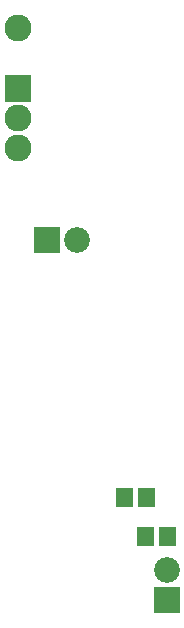
<source format=gts>
G04 start of page 2 for group 2 layer_idx 10 *
G04 Title: (unknown), top_mask *
G04 Creator: pcb-rnd 2.3.0 *
G04 CreationDate: 2021-05-03 18:52:41 UTC *
G04 For:  *
G04 Format: Gerber/RS-274X *
G04 PCB-Dimensions: 500000 500000 *
G04 PCB-Coordinate-Origin: lower left *
%MOIN*%
%FSLAX25Y25*%
%LNTOP_MASK_NONE_2*%
%ADD40C,0.0860*%
%ADD39C,0.0001*%
%ADD38C,0.0900*%
G54D38*X179850Y385000D03*
G54D39*G36*
X184300Y390550D02*Y399450D01*
X175400D01*
Y390550D01*
X184300D01*
G37*
G54D38*X179850Y415000D03*
Y375000D03*
G54D39*G36*
X185300Y348650D02*X193900D01*
Y340050D01*
X185300D01*
Y348650D01*
G37*
G54D40*X199600Y344350D03*
G54D39*G36*
X225300Y220050D02*Y228650D01*
X233900D01*
Y220050D01*
X225300D01*
G37*
G54D40*X229600Y234350D03*
G54D39*G36*
X225359Y248752D02*X219641D01*
Y242248D01*
X225359D01*
Y248752D01*
G37*
G36*
X232445D02*X226727D01*
Y242248D01*
X232445D01*
Y248752D01*
G37*
G36*
X218359Y261752D02*X212641D01*
Y255248D01*
X218359D01*
Y261752D01*
G37*
G36*
X225445D02*X219727D01*
Y255248D01*
X225445D01*
Y261752D01*
G37*
M02*

</source>
